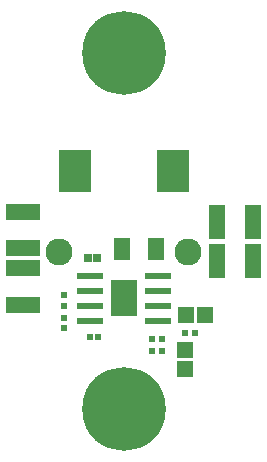
<source format=gts>
G04*
G04 #@! TF.GenerationSoftware,Altium Limited,Altium Designer,20.1.14 (287)*
G04*
G04 Layer_Color=8388736*
%FSLAX25Y25*%
%MOIN*%
G70*
G04*
G04 #@! TF.SameCoordinates,279C02DF-711F-4997-8B9F-8018C1F95EB8*
G04*
G04*
G04 #@! TF.FilePolarity,Negative*
G04*
G01*
G75*
%ADD25R,0.10929X0.14473*%
%ADD26R,0.03055X0.02740*%
%ADD27R,0.08764X0.02071*%
%ADD28R,0.08685X0.12110*%
%ADD29R,0.05575X0.07386*%
%ADD30R,0.02465X0.02465*%
%ADD31R,0.02465X0.02465*%
%ADD32R,0.11323X0.05221*%
%ADD33R,0.05221X0.11323*%
%ADD34R,0.02268X0.01953*%
%ADD35R,0.05417X0.05811*%
%ADD36R,0.05811X0.05417*%
%ADD37C,0.08961*%
%ADD38C,0.27858*%
%ADD39C,0.03150*%
D25*
X68339Y97000D02*
D03*
X35661D02*
D03*
D26*
X39886Y68000D02*
D03*
X43114D02*
D03*
D27*
X63319Y62000D02*
D03*
Y57000D02*
D03*
Y47000D02*
D03*
Y52000D02*
D03*
X40681Y47000D02*
D03*
Y52000D02*
D03*
Y62000D02*
D03*
Y57000D02*
D03*
D28*
X52000Y54500D02*
D03*
D29*
X51370Y71000D02*
D03*
X62630D02*
D03*
D30*
X61228Y41000D02*
D03*
X64772D02*
D03*
X72228Y43000D02*
D03*
X75772D02*
D03*
X61228Y37000D02*
D03*
X64772D02*
D03*
D31*
X32000Y55543D02*
D03*
Y52000D02*
D03*
Y44457D02*
D03*
Y48000D02*
D03*
D32*
X18500Y52397D02*
D03*
Y64405D02*
D03*
Y83263D02*
D03*
Y71255D02*
D03*
D33*
X82996Y67000D02*
D03*
X95004D02*
D03*
X82996Y80000D02*
D03*
X95004D02*
D03*
D34*
X43220Y41500D02*
D03*
X40780D02*
D03*
D35*
X72850Y49000D02*
D03*
X79150D02*
D03*
D36*
X72228Y37150D02*
D03*
Y30850D02*
D03*
D37*
X73506Y69854D02*
D03*
X30494D02*
D03*
D38*
X52000Y17500D02*
D03*
Y136350D02*
D03*
D39*
X54100Y54500D02*
D03*
X49800D02*
D03*
M02*

</source>
